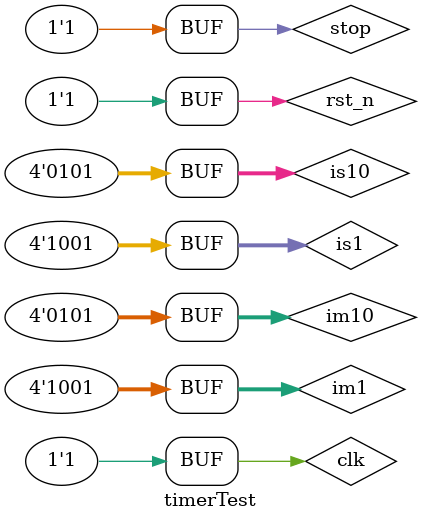
<source format=v>
`timescale 1ns / 1ps


module timerTest;

	// Inputs
	reg clk;
	reg rst_n;
	reg [3:0] im10;
	reg [3:0] im1;
	reg [3:0] is10;
	reg [3:0] is1;
	reg stop;

	// Outputs
	wire [3:0] m10;
	wire [3:0] m1;
	wire [3:0] s10;
	wire [3:0] s1;

	// Instantiate the Unit Under Test (UUT)
	timer2 uut (
		.m10(m10), 
		.m1(m1), 
		.s10(s10), 
		.s1(s1), 
		.clk(clk), 
		.rst_n(rst_n),
		.stop(stop),
		.im10(im10), 
		.im1(im1), 
		.is10(is10), 
		.is1(is1)
	);

	initial begin
		// Initialize Inputs
		clk = 0;
		rst_n = 0;
		im10 = 0;
		im1 = 0;
		is10 = 0;
		is1 = 0;
		stop = 0;

		// Wait 100 ns for global reset to finish
		#100;
        
		// Add stimulus here
		
		im10 = 4'd5;	im1 = 4'd9; is10 = 4'd5; is1 = 4'd9;
		#20	rst_n = 0;
		#20	rst_n = 1;
		#20	clk = 1;	rst_n = 1;
		#20	rst_n = 0;
		#20	rst_n = 1;
		
		repeat(1800)	begin
			#50 clk = 0;
			#50 clk = 1;
		end
		stop = 1;
		
			repeat(1800)	begin
			#50 clk = 0;
			#50 clk = 1;
		end
		
	end
      
endmodule


</source>
